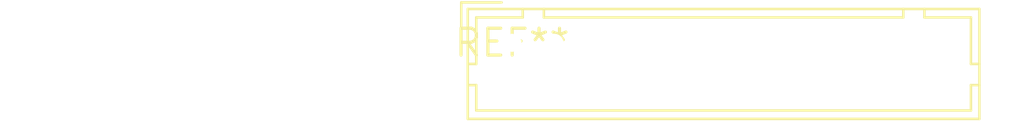
<source format=kicad_pcb>
(kicad_pcb (version 20240108) (generator pcbnew)
  (layers (0 "F.Cu" signal) (31 "B.Cu" signal) (34 "B.Paste" user) (35 "F.Paste" user) (36 "B.SilkS" user "B.Silkscreen") (37 "F.SilkS" user "F.Silkscreen") (38 "B.Mask" user) (39 "F.Mask" user) (44 "Edge.Cuts" user))
  (net 0 "")
  (footprint "Hirose_DF11-22DP-2DSA_2x11_P2.00mm_Vertical" (layer "F.Cu") (at 0 0)
    (property "Reference" "REF**")
    (property "Value" "Hirose_DF11-22DP-2DSA_2x11_P2.00mm_Vertical")
    (fp_line (start -2.41 -1.91) (end -0.5 -1.91) (layer "F.SilkS") (stroke (width 0.12)))
    (fp_line (start -2.41 0) (end -2.41 -1.91) (layer "F.SilkS") (stroke (width 0.12)))
    (fp_line (start -2.1 -1.6) (end -2.1 3.6) (layer "F.SilkS") (stroke (width 0.12)))
    (fp_line (start -2.1 1) (end -1.7 1) (layer "F.SilkS") (stroke (width 0.12)))
    (fp_line (start -2.1 2) (end -1.7 2) (layer "F.SilkS") (stroke (width 0.12)))
    (fp_line (start -2.1 3.6) (end 22.1 3.6) (layer "F.SilkS") (stroke (width 0.12)))
    (fp_line (start -1.7 -1.2) (end 0.5 -1.2) (layer "F.SilkS") (stroke (width 0.12)))
    (fp_line (start -1.7 1) (end -1.7 -1.2) (layer "F.SilkS") (stroke (width 0.12)))
    (fp_line (start -1.7 2) (end -1.7 3.2) (layer "F.SilkS") (stroke (width 0.12)))
    (fp_line (start -1.7 3.2) (end 21.7 3.2) (layer "F.SilkS") (stroke (width 0.12)))
    (fp_line (start 0.5 -1.2) (end 0.5 -1.6) (layer "F.SilkS") (stroke (width 0.12)))
    (fp_line (start 1.5 -1.6) (end 1.5 -1.2) (layer "F.SilkS") (stroke (width 0.12)))
    (fp_line (start 1.5 -1.2) (end 18.5 -1.2) (layer "F.SilkS") (stroke (width 0.12)))
    (fp_line (start 18.5 -1.2) (end 18.5 -1.6) (layer "F.SilkS") (stroke (width 0.12)))
    (fp_line (start 19.5 -1.2) (end 19.5 -1.6) (layer "F.SilkS") (stroke (width 0.12)))
    (fp_line (start 21.7 -1.2) (end 19.5 -1.2) (layer "F.SilkS") (stroke (width 0.12)))
    (fp_line (start 21.7 1) (end 21.7 -1.2) (layer "F.SilkS") (stroke (width 0.12)))
    (fp_line (start 21.7 2) (end 22.1 2) (layer "F.SilkS") (stroke (width 0.12)))
    (fp_line (start 21.7 3.2) (end 21.7 2) (layer "F.SilkS") (stroke (width 0.12)))
    (fp_line (start 22.1 -1.6) (end -2.1 -1.6) (layer "F.SilkS") (stroke (width 0.12)))
    (fp_line (start 22.1 1) (end 21.7 1) (layer "F.SilkS") (stroke (width 0.12)))
    (fp_line (start 22.1 3.6) (end 22.1 -1.6) (layer "F.SilkS") (stroke (width 0.12)))
    (pad "1" thru_hole roundrect (at 0 0) (size 1.2 1.65) (drill 0.85) (layers *.Cu *.Mask) (remove_unused_layers) (roundrect_rratio 0.208333))
    (pad "2" thru_hole oval (at 0 2) (size 1.2 1.65) (drill 0.85) (layers *.Cu *.Mask) (remove_unused_layers))
    (pad "3" thru_hole oval (at 2 0) (size 1.2 1.65) (drill 0.85) (layers *.Cu *.Mask) (remove_unused_layers))
    (pad "4" thru_hole oval (at 2 2) (size 1.2 1.65) (drill 0.85) (layers *.Cu *.Mask) (remove_unused_layers))
    (pad "5" thru_hole oval (at 4 0) (size 1.2 1.65) (drill 0.85) (layers *.Cu *.Mask) (remove_unused_layers))
    (pad "6" thru_hole oval (at 4 2) (size 1.2 1.65) (drill 0.85) (layers *.Cu *.Mask) (remove_unused_layers))
    (pad "7" thru_hole oval (at 6 0) (size 1.2 1.65) (drill 0.85) (layers *.Cu *.Mask) (remove_unused_layers))
    (pad "8" thru_hole oval (at 6 2) (size 1.2 1.65) (drill 0.85) (layers *.Cu *.Mask) (remove_unused_layers))
    (pad "9" thru_hole oval (at 8 0) (size 1.2 1.65) (drill 0.85) (layers *.Cu *.Mask) (remove_unused_layers))
    (pad "10" thru_hole oval (at 8 2) (size 1.2 1.65) (drill 0.85) (layers *.Cu *.Mask) (remove_unused_layers))
    (pad "11" thru_hole oval (at 10 0) (size 1.2 1.65) (drill 0.85) (layers *.Cu *.Mask) (remove_unused_layers))
    (pad "12" thru_hole oval (at 10 2) (size 1.2 1.65) (drill 0.85) (layers *.Cu *.Mask) (remove_unused_layers))
    (pad "13" thru_hole oval (at 12 0) (size 1.2 1.65) (drill 0.85) (layers *.Cu *.Mask) (remove_unused_layers))
    (pad "14" thru_hole oval (at 12 2) (size 1.2 1.65) (drill 0.85) (layers *.Cu *.Mask) (remove_unused_layers))
    (pad "15" thru_hole oval (at 14 0) (size 1.2 1.65) (drill 0.85) (layers *.Cu *.Mask) (remove_unused_layers))
    (pad "16" thru_hole oval (at 14 2) (size 1.2 1.65) (drill 0.85) (layers *.Cu *.Mask) (remove_unused_layers))
    (pad "17" thru_hole oval (at 16 0) (size 1.2 1.65) (drill 0.85) (layers *.Cu *.Mask) (remove_unused_layers))
    (pad "18" thru_hole oval (at 16 2) (size 1.2 1.65) (drill 0.85) (layers *.Cu *.Mask) (remove_unused_layers))
    (pad "19" thru_hole oval (at 18 0) (size 1.2 1.65) (drill 0.85) (layers *.Cu *.Mask) (remove_unused_layers))
    (pad "20" thru_hole oval (at 18 2) (size 1.2 1.65) (drill 0.85) (layers *.Cu *.Mask) (remove_unused_layers))
    (pad "21" thru_hole oval (at 20 0) (size 1.2 1.65) (drill 0.85) (layers *.Cu *.Mask) (remove_unused_layers))
    (pad "22" thru_hole oval (at 20 2) (size 1.2 1.65) (drill 0.85) (layers *.Cu *.Mask) (remove_unused_layers))
  )
)
</source>
